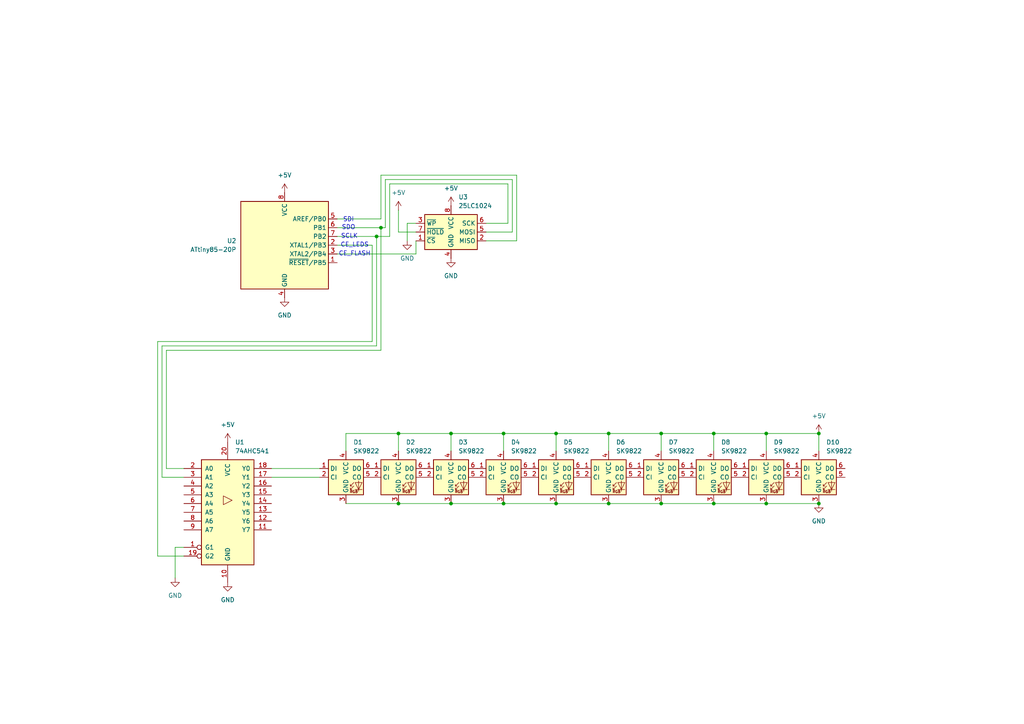
<source format=kicad_sch>
(kicad_sch (version 20250114) (generator "eeschema") (generator_version "9.0")
  (paper "A4")
  (title_block (title "ATTiny85 Advent of Code Thing"))
  (lib_symbols
    (symbol "74xx:74AHC541" (pin_names (offset 1.016))
      (property "Reference" "U1" (at 2.1433 20.32 0))
      (property "Value" "74AHC541" (at 2.1433 17.78 0))
      (symbol "74AHC541_1_0"
        (polyline (pts (xy 1.27 3.4798) (xy -1.27 4.7498) (xy -1.27 2.2098) (xy 1.27 3.4798)) (stroke (width 0.1524)))
        (pin input line (at -12.7 12.7 0) (length 5.08) (name "A0") (number "2"))
        (pin input line (at -12.7 10.16 0) (length 5.08) (name "A1") (number "3"))
        (pin input line (at -12.7 7.62 0) (length 5.08) (name "A2") (number "4"))
        (pin input line (at -12.7 5.08 0) (length 5.08) (name "A3") (number "5"))
        (pin input line (at -12.7 2.54 0) (length 5.08) (name "A4") (number "6"))
        (pin input line (at -12.7 0 0) (length 5.08) (name "A5") (number "7"))
        (pin input line (at -12.7 -2.54 0) (length 5.08) (name "A6") (number "8"))
        (pin input line (at -12.7 -5.08 0) (length 5.08) (name "A7") (number "9"))
        (pin input inverted (at -12.7 -10.16 0) (length 5.08) (name "G1") (number "1"))
        (pin input inverted (at -12.7 -12.7 0) (length 5.08) (name "G2") (number "19"))
        (pin power_in line (at 0 20.32 270) (length 5.08) (name "VCC") (number "20"))
        (pin power_in line (at 0 -20.32 90) (length 5.08) (name "GND") (number "10"))
        (pin tri_state line (at 12.7 12.7 180) (length 5.08) (name "Y0") (number "18"))
        (pin tri_state line (at 12.7 10.16 180) (length 5.08) (name "Y1") (number "17"))
        (pin tri_state line (at 12.7 7.62 180) (length 5.08) (name "Y2") (number "16"))
        (pin tri_state line (at 12.7 5.08 180) (length 5.08) (name "Y3") (number "15"))
        (pin tri_state line (at 12.7 2.54 180) (length 5.08) (name "Y4") (number "14"))
        (pin tri_state line (at 12.7 0 180) (length 5.08) (name "Y5") (number "13"))
        (pin tri_state line (at 12.7 -2.54 180) (length 5.08) (name "Y6") (number "12"))
        (pin tri_state line (at 12.7 -5.08 180) (length 5.08) (name "Y7") (number "11"))
      )
      (symbol "74AHC541_1_1"
        (rectangle (start -7.62 15.24) (end 7.62 -15.24) (stroke (width 0.254)) (fill (type background)))
      )
    )
    (symbol "LED:APA102"
      (property "Reference" "D" (at 5.08 5.715 0))
      (property "Value" "APA102" (at 1.27 -5.715 0))
      (symbol "APA102_0_0"
        (text "RGB" (at 2.286 -4.191 0) (effects (font (size 0.762 0.762))))
      )
      (symbol "APA102_0_1"
        (polyline (pts (xy 1.27 -2.54) (xy 1.778 -2.54)))
        (polyline (pts (xy 1.27 -3.556) (xy 1.778 -3.556)))
        (polyline (pts (xy 2.286 -1.524) (xy 1.27 -2.54) (xy 1.27 -2.032)))
        (polyline (pts (xy 2.286 -2.54) (xy 1.27 -3.556) (xy 1.27 -3.048)))
        (polyline (pts (xy 3.683 -1.016) (xy 3.683 -3.556) (xy 3.683 -4.064)))
        (polyline (pts (xy 4.699 -1.524) (xy 2.667 -1.524) (xy 3.683 -3.556) (xy 4.699 -1.524)))
        (polyline (pts (xy 4.699 -3.556) (xy 2.667 -3.556)))
        (rectangle (start 5.08 5.08) (end -5.08 -5.08) (stroke (width 0.254)) (fill (type background)))
      )
      (symbol "APA102_1_1"
        (pin input line (at -7.62 2.54 0) (length 2.54) (name "DI") (number "1"))
        (pin input line (at -7.62 0 0) (length 2.54) (name "CI") (number "2"))
        (pin power_in line (at 0 7.62 270) (length 2.54) (name "VCC") (number "4"))
        (pin power_in line (at 0 -7.62 90) (length 2.54) (name "GND") (number "3"))
        (pin output line (at 7.62 2.54 180) (length 2.54) (name "DO") (number "6"))
        (pin output line (at 7.62 0 180) (length 2.54) (name "CO") (number "5"))
      )
    )
    (symbol "MCU_Microchip_ATtiny:ATtiny85-20P"
      (property "Reference" "U" (at -12.7 13.97 0))
      (property "Value" "ATtiny85-20P" (at 2.54 -13.97 0))
      (symbol "ATtiny85-20P_0_1"
        (rectangle (start -12.7 -12.7) (end 12.7 12.7) (stroke (width 0.254)) (fill (type background)))
      )
      (symbol "ATtiny85-20P_1_1"
        (pin power_in line (at 0 15.24 270) (length 2.54) (name "VCC") (number "8"))
        (pin power_in line (at 0 -15.24 90) (length 2.54) (name "GND") (number "4"))
        (pin bidirectional line (at 15.24 7.62 180) (length 2.54) (name "AREF/PB0") (number "5"))
        (pin bidirectional line (at 15.24 5.08 180) (length 2.54) (name "PB1") (number "6"))
        (pin bidirectional line (at 15.24 2.54 180) (length 2.54) (name "PB2") (number "7"))
        (pin bidirectional line (at 15.24 0 180) (length 2.54) (name "XTAL1/PB3") (number "2"))
        (pin bidirectional line (at 15.24 -2.54 180) (length 2.54) (name "XTAL2/PB4") (number "3"))
        (pin bidirectional line (at 15.24 -5.08 180) (length 2.54) (name "~{RESET}/PB5") (number "1"))
      )
    )
    (symbol "Memory_EEPROM:25LCxxx"
      (property "Reference" "U" (at -7.62 6.35 0))
      (property "Value" "25LCxxx" (at 2.54 -6.35 0))
      (symbol "25LCxxx_1_1"
        (rectangle (start -7.62 5.08) (end 7.62 -5.08) (stroke (width 0.254)) (fill (type background)))
        (pin input line (at -10.16 2.54 0) (length 2.54) (name "~{WP}") (number "3"))
        (pin input line (at -10.16 0 0) (length 2.54) (name "~{HOLD}") (number "7"))
        (pin input line (at -10.16 -2.54 0) (length 2.54) (name "~{CS}") (number "1"))
        (pin power_in line (at 0 7.62 270) (length 2.54) (name "VCC") (number "8"))
        (pin power_in line (at 0 -7.62 90) (length 2.54) (name "GND") (number "4"))
        (pin input line (at 10.16 2.54 180) (length 2.54) (name "SCK") (number "6"))
        (pin input line (at 10.16 0 180) (length 2.54) (name "MOSI") (number "5"))
        (pin tri_state line (at 10.16 -2.54 180) (length 2.54) (name "MISO") (number "2"))
      )
    )
    (symbol "power:+5V" (power) (pin_numbers (hide yes)) (pin_names (offset 0) (hide yes))
      (property "Value" "+5V" (at 0 3.556 0))
      (symbol "+5V_0_1"
        (polyline (pts (xy -0.762 1.27) (xy 0 2.54)))
        (polyline (pts (xy 0 2.54) (xy 0.762 1.27)))
        (polyline (pts (xy 0 0) (xy 0 2.54)))
      )
      (symbol "+5V_1_1"
        (pin power_in line (at 0 0 90) (length 0) (name "~") (number "1"))
      )
    )
    (symbol "power:GND" (power) (pin_numbers (hide yes)) (pin_names (offset 0) (hide yes))
      (property "Value" "GND" (at 0 -3.81 0))
      (symbol "GND_0_1"
        (polyline (pts (xy 0 0) (xy 0 -1.27) (xy 1.27 -1.27) (xy 0 -2.54) (xy -1.27 -1.27) (xy 0 -1.27)))
      )
      (symbol "GND_1_1"
        (pin power_in line (at 0 0 270) (length 0) (name "~") (number "1"))
      )
    )
  )
  (text "CE_LEDS" (at 102.87 71.12 0) (effects (font (size 1.27 1.27))))
  (text "CE_FLASH" (at 102.87 73.66 0) (effects (font (size 1.27 1.27))))
  (text "SCLK" (at 101.346 68.58 0) (effects (font (size 1.27 1.27))))
  (text "SDI" (at 101.092 63.754 0) (effects (font (size 1.27 1.27))))
  (text "SDO" (at 101.092 66.04 0) (effects (font (size 1.27 1.27))))
  (junction (at 207.01 146.05))
  (junction (at 161.29 146.05))
  (junction (at 161.29 125.73))
  (junction (at 222.25 146.05))
  (junction (at 146.05 125.73))
  (junction (at 115.57 125.73))
  (junction (at 176.53 125.73))
  (junction (at 130.81 146.05))
  (junction (at 207.01 125.73))
  (junction (at 146.05 146.05))
  (junction (at 222.25 125.73))
  (junction (at 237.49 146.05))
  (junction (at 191.77 146.05))
  (junction (at 176.53 146.05))
  (junction (at 237.49 125.73))
  (junction (at 109.22 68.58))
  (junction (at 115.57 146.05))
  (junction (at 130.81 125.73))
  (junction (at 191.77 125.73))
  (junction (at 110.49 66.04))
  (wire (pts (xy 120.65 67.31) (xy 115.57 67.31)))
  (wire (pts (xy 147.32 53.34) (xy 113.03 53.34)))
  (wire (pts (xy 222.25 125.73) (xy 222.25 130.81)))
  (wire (pts (xy 100.33 125.73) (xy 115.57 125.73)))
  (wire (pts (xy 207.01 130.81) (xy 207.01 125.73)))
  (wire (pts (xy 161.29 146.05) (xy 176.53 146.05)))
  (wire (pts (xy 222.25 146.05) (xy 237.49 146.05)))
  (wire (pts (xy 46.99 100.33) (xy 46.99 138.43)))
  (wire (pts (xy 140.97 64.77) (xy 147.32 64.77)))
  (wire (pts (xy 191.77 146.05) (xy 207.01 146.05)))
  (wire (pts (xy 191.77 125.73) (xy 207.01 125.73)))
  (wire (pts (xy 111.76 52.07) (xy 111.76 66.04)))
  (wire (pts (xy 149.86 69.85) (xy 149.86 50.8)))
  (wire (pts (xy 113.03 68.58) (xy 109.22 68.58)))
  (wire (pts (xy 120.65 69.85) (xy 120.65 73.66)))
  (wire (pts (xy 45.72 99.06) (xy 45.72 161.29)))
  (wire (pts (xy 100.33 146.05) (xy 115.57 146.05)))
  (wire (pts (xy 109.22 100.33) (xy 46.99 100.33)))
  (wire (pts (xy 149.86 50.8) (xy 110.49 50.8)))
  (wire (pts (xy 120.65 73.66) (xy 97.79 73.66)))
  (wire (pts (xy 111.76 66.04) (xy 110.49 66.04)))
  (wire (pts (xy 130.81 146.05) (xy 146.05 146.05)))
  (wire (pts (xy 97.79 66.04) (xy 110.49 66.04)))
  (wire (pts (xy 222.25 125.73) (xy 237.49 125.73)))
  (wire (pts (xy 191.77 125.73) (xy 191.77 130.81)))
  (wire (pts (xy 48.26 101.6) (xy 48.26 135.89)))
  (wire (pts (xy 107.95 99.06) (xy 45.72 99.06)))
  (wire (pts (xy 146.05 125.73) (xy 146.05 130.81)))
  (wire (pts (xy 118.11 64.77) (xy 118.11 69.85)))
  (wire (pts (xy 97.79 71.12) (xy 107.95 71.12)))
  (wire (pts (xy 50.8 158.75) (xy 50.8 167.64)))
  (wire (pts (xy 161.29 125.73) (xy 161.29 130.81)))
  (wire (pts (xy 176.53 125.73) (xy 191.77 125.73)))
  (wire (pts (xy 207.01 146.05) (xy 222.25 146.05)))
  (wire (pts (xy 237.49 125.73) (xy 237.49 130.81)))
  (wire (pts (xy 78.74 138.43) (xy 92.71 138.43)))
  (wire (pts (xy 148.59 67.31) (xy 148.59 52.07)))
  (wire (pts (xy 140.97 67.31) (xy 148.59 67.31)))
  (wire (pts (xy 115.57 125.73) (xy 130.81 125.73)))
  (wire (pts (xy 120.65 64.77) (xy 118.11 64.77)))
  (wire (pts (xy 148.59 52.07) (xy 111.76 52.07)))
  (wire (pts (xy 110.49 101.6) (xy 48.26 101.6)))
  (wire (pts (xy 78.74 135.89) (xy 92.71 135.89)))
  (wire (pts (xy 110.49 66.04) (xy 110.49 101.6)))
  (wire (pts (xy 140.97 69.85) (xy 149.86 69.85)))
  (wire (pts (xy 110.49 63.5) (xy 97.79 63.5)))
  (wire (pts (xy 130.81 125.73) (xy 146.05 125.73)))
  (wire (pts (xy 176.53 146.05) (xy 191.77 146.05)))
  (wire (pts (xy 147.32 64.77) (xy 147.32 53.34)))
  (wire (pts (xy 207.01 125.73) (xy 222.25 125.73)))
  (wire (pts (xy 115.57 146.05) (xy 130.81 146.05)))
  (wire (pts (xy 109.22 68.58) (xy 109.22 100.33)))
  (wire (pts (xy 146.05 146.05) (xy 161.29 146.05)))
  (wire (pts (xy 110.49 50.8) (xy 110.49 63.5)))
  (wire (pts (xy 97.79 68.58) (xy 109.22 68.58)))
  (wire (pts (xy 48.26 135.89) (xy 53.34 135.89)))
  (wire (pts (xy 115.57 67.31) (xy 115.57 60.96)))
  (wire (pts (xy 53.34 158.75) (xy 50.8 158.75)))
  (wire (pts (xy 107.95 71.12) (xy 107.95 99.06)))
  (wire (pts (xy 46.99 138.43) (xy 53.34 138.43)))
  (wire (pts (xy 100.33 130.81) (xy 100.33 125.73)))
  (wire (pts (xy 176.53 125.73) (xy 176.53 130.81)))
  (wire (pts (xy 146.05 125.73) (xy 161.29 125.73)))
  (wire (pts (xy 45.72 161.29) (xy 53.34 161.29)))
  (wire (pts (xy 161.29 125.73) (xy 176.53 125.73)))
  (wire (pts (xy 130.81 125.73) (xy 130.81 130.81)))
  (wire (pts (xy 115.57 125.73) (xy 115.57 130.81)))
  (wire (pts (xy 113.03 53.34) (xy 113.03 68.58)))
  (symbol (lib_id "LED:APA102") (at 222.25 138.43 0) (unit 1)
    (property "Reference" "D9" (at 224.3933 128.27 0) (effects (justify left)))
    (property "Value" "SK9822" (at 224.3933 130.81 0) (effects (justify left)))
    (property "Footprint" "LED_SMD:LED_RGB_5050-6" (effects (hide yes)))
    (property "Datasheet" "http://www.led-color.com/upload/201506/APA102%20LED.pdf" (effects (hide yes)))
    (property "Description" "RGB LED with integrated controller" (effects (hide yes)))
  )
  (symbol (lib_id "LED:APA102") (at 146.05 138.43 0) (unit 1)
    (property "Reference" "D4" (at 148.1933 128.27 0) (effects (justify left)))
    (property "Value" "SK9822" (at 148.1933 130.81 0) (effects (justify left)))
    (property "Footprint" "LED_SMD:LED_RGB_5050-6" (effects (hide yes)))
    (property "Datasheet" "http://www.led-color.com/upload/201506/APA102%20LED.pdf" (effects (hide yes)))
    (property "Description" "RGB LED with integrated controller" (effects (hide yes)))
  )
  (symbol (lib_id "LED:APA102") (at 191.77 138.43 0) (unit 1)
    (property "Reference" "D7" (at 193.9133 128.27 0) (effects (justify left)))
    (property "Value" "SK9822" (at 193.9133 130.81 0) (effects (justify left)))
    (property "Footprint" "LED_SMD:LED_RGB_5050-6" (effects (hide yes)))
    (property "Datasheet" "http://www.led-color.com/upload/201506/APA102%20LED.pdf" (effects (hide yes)))
    (property "Description" "RGB LED with integrated controller" (effects (hide yes)))
  )
  (symbol (lib_id "74xx:74AHC541") (at 66.04 148.59 0) (unit 1)
    (property "Reference" "U1" (at 68.1833 128.27 0) (effects (justify left)))
    (property "Value" "74AHC541" (at 68.1833 130.81 0) (effects (justify left)))
    (property "Datasheet" "https://www.ti.com/lit/ds/symlink/sn74ahc541.pdf" (effects (hide yes)))
    (property "Description" "8-bit Buffer/Line Driver 3-state outputs" (effects (hide yes)))
  )
  (symbol (lib_id "power:GND") (at 237.49 146.05 0) (unit 1)
    (property "Reference" "#PWR08" (effects (hide yes)))
    (property "Value" "GND" (at 237.49 151.13 0))
    (property "Description" "Power symbol creates a global label with name \"GND\" , ground" (effects (hide yes)))
  )
  (symbol (lib_id "LED:APA102") (at 161.29 138.43 0) (unit 1)
    (property "Reference" "D5" (at 163.4333 128.27 0) (effects (justify left)))
    (property "Value" "SK9822" (at 163.4333 130.81 0) (effects (justify left)))
    (property "Footprint" "LED_SMD:LED_RGB_5050-6" (effects (hide yes)))
    (property "Datasheet" "http://www.led-color.com/upload/201506/APA102%20LED.pdf" (effects (hide yes)))
    (property "Description" "RGB LED with integrated controller" (effects (hide yes)))
  )
  (symbol (lib_id "power:GND") (at 66.04 168.91 0) (unit 1)
    (property "Reference" "#PWR06" (effects (hide yes)))
    (property "Value" "GND" (at 66.04 173.99 0))
    (property "Description" "Power symbol creates a global label with name \"GND\" , ground" (effects (hide yes)))
  )
  (symbol (lib_id "LED:APA102") (at 237.49 138.43 0) (unit 1)
    (property "Reference" "D10" (at 239.6333 128.27 0) (effects (justify left)))
    (property "Value" "SK9822" (at 239.6333 130.81 0) (effects (justify left)))
    (property "Footprint" "LED_SMD:LED_RGB_5050-6" (effects (hide yes)))
    (property "Datasheet" "http://www.led-color.com/upload/201506/APA102%20LED.pdf" (effects (hide yes)))
    (property "Description" "RGB LED with integrated controller" (effects (hide yes)))
  )
  (symbol (lib_id "Memory_EEPROM:25LCxxx") (at 130.81 67.31 0) (unit 1)
    (property "Reference" "U3" (at 132.9533 57.15 0) (effects (justify left)))
    (property "Value" "25LC1024" (at 132.9533 59.69 0) (effects (justify left)))
    (property "Datasheet" "http://ww1.microchip.com/downloads/en/DeviceDoc/21832H.pdf" (effects (hide yes)))
    (property "Description" "SPI Serial EEPROM, DIP-8/SOIC-8/TSSOP-8" (effects (hide yes)))
  )
  (symbol (lib_id "power:+5V") (at 237.49 125.73 0) (unit 1)
    (property "Reference" "#PWR04" (effects (hide yes)))
    (property "Value" "+5V" (at 237.49 120.65 0))
    (property "Description" "Power symbol creates a global label with name \"+5V\"" (effects (hide yes)))
  )
  (symbol (lib_id "LED:APA102") (at 130.81 138.43 0) (unit 1)
    (property "Reference" "D3" (at 132.9533 128.27 0) (effects (justify left)))
    (property "Value" "SK9822" (at 132.9533 130.81 0) (effects (justify left)))
    (property "Footprint" "LED_SMD:LED_RGB_5050-6" (effects (hide yes)))
    (property "Datasheet" "http://www.led-color.com/upload/201506/APA102%20LED.pdf" (effects (hide yes)))
    (property "Description" "RGB LED with integrated controller" (effects (hide yes)))
  )
  (symbol (lib_id "power:GND") (at 118.11 69.85 0) (unit 1)
    (property "Reference" "#PWR010" (effects (hide yes)))
    (property "Value" "GND" (at 118.11 74.93 0))
    (property "Description" "Power symbol creates a global label with name \"GND\" , ground" (effects (hide yes)))
  )
  (symbol (lib_id "power:GND") (at 82.55 86.36 0) (unit 1)
    (property "Reference" "#PWR05" (effects (hide yes)))
    (property "Value" "GND" (at 82.55 91.44 0))
    (property "Description" "Power symbol creates a global label with name \"GND\" , ground" (effects (hide yes)))
  )
  (symbol (lib_id "LED:APA102") (at 100.33 138.43 0) (unit 1)
    (property "Reference" "D1" (at 102.4733 128.27 0) (effects (justify left)))
    (property "Value" "SK9822" (at 102.4733 130.81 0) (effects (justify left)))
    (property "Footprint" "LED_SMD:LED_RGB_5050-6" (effects (hide yes)))
    (property "Datasheet" "http://www.led-color.com/upload/201506/APA102%20LED.pdf" (effects (hide yes)))
    (property "Description" "RGB LED with integrated controller" (effects (hide yes)))
  )
  (symbol (lib_id "LED:APA102") (at 207.01 138.43 0) (unit 1)
    (property "Reference" "D8" (at 209.1533 128.27 0) (effects (justify left)))
    (property "Value" "SK9822" (at 209.1533 130.81 0) (effects (justify left)))
    (property "Footprint" "LED_SMD:LED_RGB_5050-6" (effects (hide yes)))
    (property "Datasheet" "http://www.led-color.com/upload/201506/APA102%20LED.pdf" (effects (hide yes)))
    (property "Description" "RGB LED with integrated controller" (effects (hide yes)))
  )
  (symbol (lib_id "LED:APA102") (at 176.53 138.43 0) (unit 1)
    (property "Reference" "D6" (at 178.6733 128.27 0) (effects (justify left)))
    (property "Value" "SK9822" (at 178.6733 130.81 0) (effects (justify left)))
    (property "Footprint" "LED_SMD:LED_RGB_5050-6" (effects (hide yes)))
    (property "Datasheet" "http://www.led-color.com/upload/201506/APA102%20LED.pdf" (effects (hide yes)))
    (property "Description" "RGB LED with integrated controller" (effects (hide yes)))
  )
  (symbol (lib_id "power:+5V") (at 66.04 128.27 0) (unit 1)
    (property "Reference" "#PWR02" (effects (hide yes)))
    (property "Value" "+5V" (at 66.04 123.19 0))
    (property "Description" "Power symbol creates a global label with name \"+5V\"" (effects (hide yes)))
  )
  (symbol (lib_id "LED:APA102") (at 115.57 138.43 0) (unit 1)
    (property "Reference" "D2" (at 117.7133 128.27 0) (effects (justify left)))
    (property "Value" "SK9822" (at 117.7133 130.81 0) (effects (justify left)))
    (property "Footprint" "LED_SMD:LED_RGB_5050-6" (effects (hide yes)))
    (property "Datasheet" "http://www.led-color.com/upload/201506/APA102%20LED.pdf" (effects (hide yes)))
    (property "Description" "RGB LED with integrated controller" (effects (hide yes)))
  )
  (symbol (lib_id "MCU_Microchip_ATtiny:ATtiny85-20P") (at 82.55 71.12 0) (unit 1)
    (property "Reference" "U2" (at 68.58 69.8499 0) (effects (justify right)))
    (property "Value" "ATtiny85-20P" (at 68.58 72.3899 0) (effects (justify right)))
    (property "Footprint" "Package_DIP:DIP-8_W7.62mm" (effects (hide yes)))
    (property "Datasheet" "http://ww1.microchip.com/downloads/en/DeviceDoc/atmel-2586-avr-8-bit-microcontroller-attiny25-attiny45-attiny85_datasheet.pdf" (effects (hide yes)))
    (property "Description" "20MHz, 8kB Flash, 512B SRAM, 512B EEPROM, debugWIRE, DIP-8" (effects (hide yes)))
  )
  (symbol (lib_id "power:+5V") (at 130.81 59.69 0) (unit 1)
    (property "Reference" "#PWR03" (effects (hide yes)))
    (property "Value" "+5V" (at 130.81 54.61 0))
    (property "Description" "Power symbol creates a global label with name \"+5V\"" (effects (hide yes)))
  )
  (symbol (lib_id "power:+5V") (at 82.55 55.88 0) (unit 1)
    (property "Reference" "#PWR01" (effects (hide yes)))
    (property "Value" "+5V" (at 82.55 50.8 0))
    (property "Description" "Power symbol creates a global label with name \"+5V\"" (effects (hide yes)))
  )
  (symbol (lib_id "power:GND") (at 50.8 167.64 0) (unit 1)
    (property "Reference" "#PWR09" (effects (hide yes)))
    (property "Value" "GND" (at 50.8 172.72 0))
    (property "Description" "Power symbol creates a global label with name \"GND\" , ground" (effects (hide yes)))
  )
  (symbol (lib_id "power:+5V") (at 115.57 60.96 0) (unit 1)
    (property "Reference" "#PWR011" (effects (hide yes)))
    (property "Value" "+5V" (at 115.57 55.88 0))
    (property "Description" "Power symbol creates a global label with name \"+5V\"" (effects (hide yes)))
  )
  (symbol (lib_id "power:GND") (at 130.81 74.93 0) (unit 1)
    (property "Reference" "#PWR07" (effects (hide yes)))
    (property "Value" "GND" (at 130.81 80.01 0))
    (property "Description" "Power symbol creates a global label with name \"GND\" , ground" (effects (hide yes)))
  )
)
</source>
